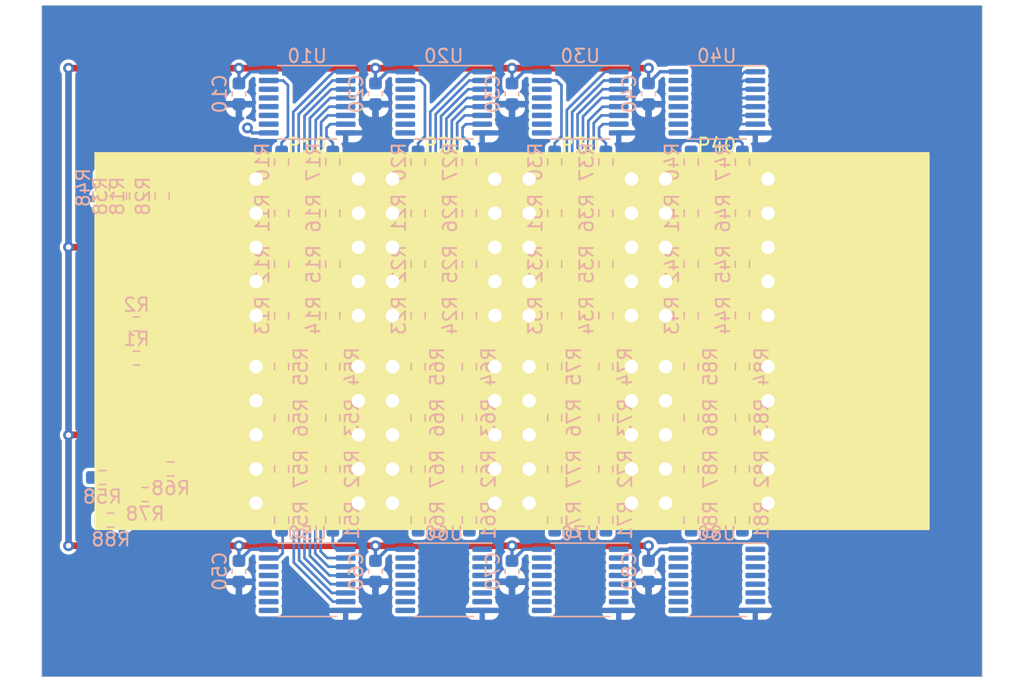
<source format=kicad_pcb>
(kicad_pcb (version 20221018) (generator pcbnew)
  (layers (0 "F.Cu" signal) (31 "B.Cu" signal) (34 "B.Paste" user) (35 "F.Paste" user) (36 "B.SilkS" user "B.Silkscreen") (37 "F.SilkS" user "F.Silkscreen") (38 "B.Mask" user) (39 "F.Mask" user) (44 "Edge.Cuts" user))
  (net 0 "")
  (net 1 "+3.3V")
  (net 2 "GND")
  (net 3 "Net-(P10-F)")
  (net 4 "Net-(P10-G)")
  (net 5 "Net-(P10-E)")
  (net 6 "Net-(P10-D)")
  (net 7 "Net-(P10-DP)")
  (net 8 "Net-(P10-C)")
  (net 9 "Net-(P10-B)")
  (net 10 "Net-(P10-A)")
  (net 11 "Net-(P20-F)")
  (net 12 "Net-(P20-G)")
  (net 13 "Net-(P20-E)")
  (net 14 "Net-(P20-D)")
  (net 15 "Net-(P20-DP)")
  (net 16 "Net-(P20-C)")
  (net 17 "Net-(P20-B)")
  (net 18 "Net-(P20-A)")
  (net 19 "Net-(P30-F)")
  (net 20 "Net-(P30-G)")
  (net 21 "Net-(P30-E)")
  (net 22 "Net-(P30-D)")
  (net 23 "Net-(P30-DP)")
  (net 24 "Net-(P30-C)")
  (net 25 "Net-(P30-B)")
  (net 26 "Net-(P30-A)")
  (net 27 "Net-(P40-F)")
  (net 28 "Net-(P40-G)")
  (net 29 "Net-(P40-E)")
  (net 30 "Net-(P40-D)")
  (net 31 "Net-(P40-DP)")
  (net 32 "Net-(P40-C)")
  (net 33 "Net-(P40-B)")
  (net 34 "Net-(P40-A)")
  (net 35 "Net-(P50-F)")
  (net 36 "Net-(P50-G)")
  (net 37 "Net-(P50-E)")
  (net 38 "Net-(P50-D)")
  (net 39 "Net-(P50-DP)")
  (net 40 "Net-(P50-C)")
  (net 41 "Net-(P50-B)")
  (net 42 "Net-(P50-A)")
  (net 43 "Net-(P60-F)")
  (net 44 "Net-(P60-G)")
  (net 45 "Net-(P60-E)")
  (net 46 "Net-(P60-D)")
  (net 47 "Net-(P60-DP)")
  (net 48 "Net-(P60-C)")
  (net 49 "Net-(P60-B)")
  (net 50 "Net-(P60-A)")
  (net 51 "Net-(P70-F)")
  (net 52 "Net-(P70-G)")
  (net 53 "Net-(P70-E)")
  (net 54 "Net-(P70-D)")
  (net 55 "Net-(P70-DP)")
  (net 56 "Net-(P70-C)")
  (net 57 "Net-(P70-B)")
  (net 58 "Net-(P70-A)")
  (net 59 "Net-(P80-F)")
  (net 60 "Net-(P80-G)")
  (net 61 "Net-(P80-E)")
  (net 62 "Net-(P80-D)")
  (net 63 "Net-(P80-DP)")
  (net 64 "Net-(P80-C)")
  (net 65 "Net-(P80-B)")
  (net 66 "Net-(P80-A)")
  (net 67 "/RCLK")
  (net 68 "/SRCLK")
  (net 69 "Net-(U10-QA)")
  (net 70 "Net-(U10-QB)")
  (net 71 "Net-(U10-QC)")
  (net 72 "Net-(U10-QD)")
  (net 73 "Net-(U10-QE)")
  (net 74 "Net-(U10-QF)")
  (net 75 "Net-(U10-QG)")
  (net 76 "Net-(U10-QH)")
  (net 77 "Net-(U10-~{OE})")
  (net 78 "Net-(U20-QA)")
  (net 79 "Net-(U20-QB)")
  (net 80 "Net-(U20-QC)")
  (net 81 "Net-(U20-QD)")
  (net 82 "Net-(U20-QE)")
  (net 83 "Net-(U20-QF)")
  (net 84 "Net-(U20-QG)")
  (net 85 "Net-(U20-QH)")
  (net 86 "Net-(U20-~{OE})")
  (net 87 "Net-(U30-QA)")
  (net 88 "Net-(U30-QB)")
  (net 89 "Net-(U30-QC)")
  (net 90 "Net-(U30-QD)")
  (net 91 "Net-(U30-QE)")
  (net 92 "Net-(U30-QF)")
  (net 93 "Net-(U30-QG)")
  (net 94 "Net-(U30-QH)")
  (net 95 "Net-(U30-~{OE})")
  (net 96 "Net-(U40-QA)")
  (net 97 "Net-(U40-QB)")
  (net 98 "Net-(U40-QC)")
  (net 99 "Net-(U40-QD)")
  (net 100 "Net-(U40-QE)")
  (net 101 "Net-(U40-QF)")
  (net 102 "Net-(U40-QG)")
  (net 103 "Net-(U40-QH)")
  (net 104 "Net-(U40-~{OE})")
  (net 105 "Net-(U50-QA)")
  (net 106 "Net-(U50-QB)")
  (net 107 "Net-(U50-QC)")
  (net 108 "Net-(U50-QD)")
  (net 109 "Net-(U50-QE)")
  (net 110 "Net-(U50-QF)")
  (net 111 "Net-(U50-QG)")
  (net 112 "Net-(U50-QH)")
  (net 113 "Net-(U50-~{OE})")
  (net 114 "Net-(U60-QA)")
  (net 115 "Net-(U60-QB)")
  (net 116 "Net-(U60-QC)")
  (net 117 "Net-(U60-QD)")
  (net 118 "Net-(U60-QE)")
  (net 119 "Net-(U60-QF)")
  (net 120 "Net-(U60-QG)")
  (net 121 "Net-(U60-QH)")
  (net 122 "Net-(U60-~{OE})")
  (net 123 "Net-(U70-QA)")
  (net 124 "Net-(U70-QB)")
  (net 125 "Net-(U70-QC)")
  (net 126 "Net-(U70-QD)")
  (net 127 "Net-(U70-QE)")
  (net 128 "Net-(U70-QF)")
  (net 129 "Net-(U70-QG)")
  (net 130 "Net-(U70-QH)")
  (net 131 "Net-(U70-~{OE})")
  (net 132 "Net-(U80-QA)")
  (net 133 "Net-(U80-QB)")
  (net 134 "Net-(U80-QC)")
  (net 135 "Net-(U80-QD)")
  (net 136 "Net-(U80-QE)")
  (net 137 "Net-(U80-QF)")
  (net 138 "Net-(U80-QG)")
  (net 139 "Net-(U80-QH)")
  (net 140 "Net-(U80-~{OE})")
  (net 141 "Net-(U10-QH')")
  (net 142 "/SER_TOP")
  (net 143 "Net-(U20-QH')")
  (net 144 "Net-(U30-QH')")
  (net 146 "Net-(U50-QH')")
  (net 147 "/SER_BOT")
  (net 148 "Net-(U60-QH')")
  (net 149 "Net-(U70-QH')")
  (footprint "meterkit:Sx39-1xxxxx" (layer "F.Cu") (at 137.58 71.985)
    (fp_text reference "P70")
    (fp_text value "SA39-11SURKWA")
  )
  (footprint "meterkit:Sx39-1xxxxx" (layer "F.Cu") (at 147.74 58.015)
    (fp_text reference "P40")
    (fp_text value "SA39-11SURKWA")
  )
  (footprint "meterkit:Sx39-1xxxxx" (layer "F.Cu") (at 137.58 58.015)
    (fp_text reference "P30")
    (fp_text value "SA39-11SURKWA")
  )
  (footprint "meterkit:Sx39-1xxxxx" (layer "F.Cu") (at 117.26 71.985)
    (fp_text reference "P50")
    (fp_text value "SA39-11SURKWA")
  )
  (footprint "meterkit:Sx39-1xxxxx" (layer "F.Cu") (at 127.42 71.985)
    (fp_text reference "P60")
    (fp_text value "SA39-11SURKWA")
  )
  (footprint "meterkit:Sx39-1xxxxx" (layer "F.Cu") (at 117.26 58.015)
    (fp_text reference "P10")
    (fp_text value "SA39-11SURKWA")
  )
  (footprint "meterkit:Sx39-1xxxxx" (layer "F.Cu") (at 127.42 58.015)
    (fp_text reference "P20")
    (fp_text value "SA39-11SURKWA")
  )
  (footprint "meterkit:Sx39-1xxxxx" (layer "F.Cu") (at 147.74 71.985)
    (fp_text reference "P80")
    (fp_text value "SA39-11SURKWA")
  )
  (footprint "Resistor_SMD:R_0603_1608Metric" (layer "B.Cu") (at 115.355 78.335 90)
    (fp_text reference "R50")
    (fp_text value "R")
  )
  (footprint "Resistor_SMD:R_0603_1608Metric" (layer "B.Cu") (at 149.645 63.095 -90)
    (fp_text reference "R44")
    (fp_text value "R")
  )
  (footprint "Resistor_SMD:R_0603_1608Metric" (layer "B.Cu") (at 135.675 78.335 90)
    (fp_text reference "R70")
    (fp_text value "R")
  )
  (footprint "Resistor_SMD:R_0603_1608Metric" (layer "B.Cu") (at 139.485 63.095 -90)
    (fp_text reference "R34")
    (fp_text value "R")
  )
  (footprint "Resistor_SMD:R_0603_1608Metric" (layer "B.Cu") (at 139.485 55.475 -90)
    (fp_text reference "R36")
    (fp_text value "R")
  )
  (footprint "Capacitor_SMD:C_0603_1608Metric" (layer "B.Cu") (at 112.18 82.145 -90)
    (fp_text reference "C50")
    (fp_text value "C")
  )
  (footprint "Resistor_SMD:R_0603_1608Metric" (layer "B.Cu") (at 149.645 66.905 90)
    (fp_text reference "R84")
    (fp_text value "R")
  )
  (footprint "Resistor_SMD:R_0603_1608Metric" (layer "B.Cu") (at 115.355 59.285 -90)
    (fp_text reference "R12")
    (fp_text value "R")
  )
  (footprint "Resistor_SMD:R_0603_1608Metric" (layer "B.Cu") (at 145.835 55.475 -90)
    (fp_text reference "R41")
    (fp_text value "R")
  )
  (footprint "Resistor_SMD:R_0603_1608Metric" (layer "B.Cu") (at 145.835 59.285 -90)
    (fp_text reference "R42")
    (fp_text value "R")
  )
  (footprint "Resistor_SMD:R_0603_1608Metric" (layer "B.Cu") (at 115.355 51.665 -90)
    (fp_text reference "R10")
    (fp_text value "R")
  )
  (footprint "Capacitor_SMD:C_0603_1608Metric" (layer "B.Cu") (at 142.66 82.145 -90)
    (fp_text reference "C80")
    (fp_text value "C")
  )
  (footprint "Resistor_SMD:R_0603_1608Metric" (layer "B.Cu") (at 105.195 76.43)
    (fp_text reference "R78")
    (fp_text value "0")
  )
  (footprint "Resistor_SMD:R_0603_1608Metric" (layer "B.Cu") (at 145.835 51.665 -90)
    (fp_text reference "R40")
    (fp_text value "R")
  )
  (footprint "Resistor_SMD:R_0603_1608Metric" (layer "B.Cu") (at 149.645 59.285 -90)
    (fp_text reference "R45")
    (fp_text value "R")
  )
  (footprint "Resistor_SMD:R_0603_1608Metric" (layer "B.Cu") (at 139.485 78.335 90)
    (fp_text reference "R71")
    (fp_text value "R")
  )
  (footprint "Resistor_SMD:R_0603_1608Metric" (layer "B.Cu") (at 102.655 78.335)
    (fp_text reference "R88")
    (fp_text value "0")
  )
  (footprint "Resistor_SMD:R_0603_1608Metric" (layer "B.Cu") (at 102.02 53.57 -90)
    (fp_text reference "R48")
    (fp_text value "0")
  )
  (footprint "Resistor_SMD:R_0603_1608Metric" (layer "B.Cu") (at 115.355 74.525 90)
    (fp_text reference "R57")
    (fp_text value "R")
  )
  (footprint "Package_SO:TSSOP-16_4.4x5mm_P0.65mm" (layer "B.Cu") (at 147.74 82.78 180)
    (fp_text reference "U80")
    (fp_text value "74LV595APW")
  )
  (footprint "Resistor_SMD:R_0603_1608Metric" (layer "B.Cu") (at 104.56 66.27 180)
    (fp_text reference "R1")
    (fp_text value "R")
  )
  (footprint "Capacitor_SMD:C_0603_1608Metric" (layer "B.Cu") (at 122.34 46.585 -90)
    (fp_text reference "C20")
    (fp_text value "C")
  )
  (footprint "Resistor_SMD:R_0603_1608Metric" (layer "B.Cu") (at 125.515 66.905 90)
    (fp_text reference "R65")
    (fp_text value "R")
  )
  (footprint "Capacitor_SMD:C_0603_1608Metric" (layer "B.Cu") (at 142.66 46.585 -90)
    (fp_text reference "C40")
    (fp_text value "C")
  )
  (footprint "Resistor_SMD:R_0603_1608Metric" (layer "B.Cu") (at 119.165 55.475 -90)
    (fp_text reference "R16")
    (fp_text value "R")
  )
  (footprint "Resistor_SMD:R_0603_1608Metric" (layer "B.Cu") (at 125.515 55.475 -90)
    (fp_text reference "R21")
    (fp_text value "R")
  )
  (footprint "Resistor_SMD:R_0603_1608Metric" (layer "B.Cu") (at 106.465 54.205 -90)
    (fp_text reference "R28")
    (fp_text value "0")
  )
  (footprint "Resistor_SMD:R_0603_1608Metric" (layer "B.Cu") (at 115.355 63.095 -90)
    (fp_text reference "R13")
    (fp_text value "R")
  )
  (footprint "Resistor_SMD:R_0603_1608Metric" (layer "B.Cu") (at 119.165 74.525 90)
    (fp_text reference "R52")
    (fp_text value "R")
  )
  (footprint "Resistor_SMD:R_0603_1608Metric" (layer "B.Cu") (at 103.29 54.205 -90)
    (fp_text reference "R38")
    (fp_text value "0")
  )
  (footprint "Resistor_SMD:R_0603_1608Metric" (layer "B.Cu") (at 104.56 54.205 -90)
    (fp_text reference "R18")
    (fp_text value "0")
  )
  (footprint "Resistor_SMD:R_0603_1608Metric" (layer "B.Cu") (at 115.355 55.475 -90)
    (fp_text reference "R11")
    (fp_text value "R")
  )
  (footprint "Capacitor_SMD:C_0603_1608Metric" (layer "B.Cu") (at 112.18 46.585 -90)
    (fp_text reference "C10")
    (fp_text value "C")
  )
  (footprint "Resistor_SMD:R_0603_1608Metric" (layer "B.Cu") (at 119.165 59.285 -90)
    (fp_text reference "R15")
    (fp_text value "R")
  )
  (footprint "Resistor_SMD:R_0603_1608Metric" (layer "B.Cu") (at 145.835 66.905 90)
    (fp_text reference "R85")
    (fp_text value "R")
  )
  (footprint "Resistor_SMD:R_0603_1608Metric" (layer "B.Cu") (at 139.485 51.665 -90)
    (fp_text reference "R37")
    (fp_text value "R")
  )
  (footprint "Resistor_SMD:R_0603_1608Metric" (layer "B.Cu") (at 145.835 74.525 90)
    (fp_text reference "R87")
    (fp_text value "R")
  )
  (footprint "Resistor_SMD:R_0603_1608Metric" (layer "B.Cu") (at 129.325 63.095 -90)
    (fp_text reference "R24")
    (fp_text value "R")
  )
  (footprint "Resistor_SMD:R_0603_1608Metric" (layer "B.Cu") (at 125.515 74.525 90)
    (fp_text reference "R67")
    (fp_text value "R")
  )
  (footprint "Resistor_SMD:R_0603_1608Metric" (layer "B.Cu") (at 115.355 70.715 90)
    (fp_text reference "R56")
    (fp_text value "R")
  )
  (footprint "Resistor_SMD:R_0603_1608Metric" (layer "B.Cu") (at 125.515 59.285 -90)
    (fp_text reference "R22")
    (fp_text value "R")
  )
  (footprint "Resistor_SMD:R_0603_1608Metric" (layer "B.Cu") (at 139.485 70.715 90)
    (fp_text reference "R73")
    (fp_text value "R")
  )
  (footprint "Resistor_SMD:R_0603_1608Metric" (layer "B.Cu") (at 129.325 74.525 90)
    (fp_text reference "R62")
    (fp_text value "R")
  )
  (footprint "Package_SO:TSSOP-16_4.4x5mm_P0.65mm" (layer "B.Cu") (at 127.42 82.78 180)
    (fp_text reference "U60")
    (fp_text value "74LV595APW")
  )
  (footprint "Resistor_SMD:R_0603_1608Metric" (layer "B.Cu") (at 119.165 70.715 90)
    (fp_text reference "R53")
    (fp_text value "R")
  )
  (footprint "Resistor_SMD:R_0603_1608Metric" (layer "B.Cu") (at 139.485 59.285 -90)
    (fp_text reference "R35")
    (fp_text value "R")
  )
  (footprint "Resistor_SMD:R_0603_1608Metric" (layer "B.Cu") (at 102.02 75.16)
    (fp_text reference "R58")
    (fp_text value "0")
  )
  (footprint "Capacitor_SMD:C_0603_1608Metric" (layer "B.Cu") (at 132.5 46.585 -90)
    (fp_text reference "C30")
    (fp_text value "C")
  )
  (footprint "Resistor_SMD:R_0603_1608Metric" (layer "B.Cu") (at 139.485 74.525 90)
    (fp_text reference "R72")
    (fp_text value "R")
  )
  (footprint "Package_SO:TSSOP-16_4.4x5mm_P0.65mm" (layer "B.Cu") (at 117.26 82.78 180)
    (fp_text reference "U50")
    (fp_text value "74LV595APW")
  )
  (footprint "Resistor_SMD:R_0603_1608Metric" (layer "B.Cu") (at 129.325 66.905 90)
    (fp_text reference "R64")
    (fp_text value "R")
  )
  (footprint "Resistor_SMD:R_0603_1608Metric" (layer "B.Cu") (at 135.675 66.905 90)
    (fp_text reference "R75")
    (fp_text value "R")
  )
  (footprint "Resistor_SMD:R_0603_1608Metric" (layer "B.Cu") (at 125.515 78.335 90)
    (fp_text reference "R60")
    (fp_text value "R")
  )
  (footprint "Package_SO:TSSOP-16_4.4x5mm_P0.65mm" (layer "B.Cu") (at 137.58 82.78 180)
    (fp_text reference "U70")
    (fp_text value "74LV595APW")
  )
  (footprint "Resistor_SMD:R_0603_1608Metric" (layer "B.Cu") (at 129.325 78.335 90)
    (fp_text reference "R61")
    (fp_text value "R")
  )
  (footprint "Resistor_SMD:R_0603_1608Metric" (layer "B.Cu") (at 129.325 59.285 -90)
    (fp_text reference "R25")
    (fp_text value "R")
  )
  (footprint "Resistor_SMD:R_0603_1608Metric" (layer "B.Cu") (at 149.645 70.715 90)
    (fp_text reference "R83")
    (fp_text value "R")
  )
  (footprint "Resistor_SMD:R_0603_1608Metric" (layer "B.Cu") (at 135.675 74.525 90)
    (fp_text reference "R77")
    (fp_text value "R")
  )
  (footprint "Resistor_SMD:R_0603_1608Metric" (layer "B.Cu") (at 119.165 78.335 90)
    (fp_text reference "R51")
    (fp_text value "R")
  )
  (footprint "Resistor_SMD:R_0603_1608Metric" (layer "B.Cu") (at 104.56 63.73 180)
    (fp_text reference "R2")
    (fp_text value "0")
  )
  (footprint "Resistor_SMD:R_0603_1608Metric" (layer "B.Cu") (at 125.515 63.095 -90)
    (fp_text reference "R23")
    (fp_text value "R")
  )
  (footprint "Resistor_SMD:R_0603_1608Metric" (layer "B.Cu") (at 135.675 70.715 90)
    (fp_text reference "R76")
    (fp_text value "R")
  )
  (footprint "Resistor_SMD:R_0603_1608Metric" (layer "B.Cu") (at 139.485 66.905 90)
    (fp_text reference "R74")
    (fp_text value "R")
  )
  (footprint "Package_SO:TSSOP-16_4.4x5mm_P0.65mm" (layer "B.Cu") (at 147.74 47.22 180)
    (fp_text reference "U40")
    (fp_text value "74LV595APW")
  )
  (footprint "Resistor_SMD:R_0603_1608Metric" (layer "B.Cu") (at 119.165 66.905 90)
    (fp_text reference "R54")
    (fp_text value "R")
  )
  (footprint "Resistor_SMD:R_0603_1608Metric" (layer "B.Cu") (at 145.835 63.095 -90)
    (fp_text reference "R43")
    (fp_text value "R")
  )
  (footprint "Capacitor_SMD:C_0603_1608Metric" (layer "B.Cu") (at 122.34 82.145 -90)
    (fp_text reference "C60")
    (fp_text value "C")
  )
  (footprint "Package_SO:TSSOP-16_4.4x5mm_P0.65mm" (layer "B.Cu") (at 127.42 47.22 180)
    (fp_text reference "U20")
    (fp_text value "74LV595APW")
  )
  (footprint "Resistor_SMD:R_0603_1608Metric" (layer "B.Cu") (at 149.645 55.475 -90)
    (fp_text reference "R46")
    (fp_text value "R")
  )
  (footprint "Resistor_SMD:R_0603_1608Metric" (layer "B.Cu") (at 135.675 51.665 -90)
    (fp_text reference "R30")
    (fp_text value "R")
  )
  (footprint "Package_SO:TSSOP-16_4.4x5mm_P0.65mm" (layer "B.Cu") (at 117.26 47.22 180)
    (fp_text reference "U10")
    (fp_text value "74LV595APW")
  )
  (footprint "Resistor_SMD:R_0603_1608Metric" (layer "B.Cu") (at 149.645 74.525 90)
    (fp_text reference "R82")
    (fp_text value "R")
  )
  (footprint "Resistor_SMD:R_0603_1608Metric" (layer "B.Cu") (at 119.165 51.665 -90)
    (fp_text reference "R17")
    (fp_text value "R")
  )
  (footprint "Resistor_SMD:R_0603_1608Metric" (layer "B.Cu") (at 135.675 55.475 -90)
    (fp_text reference "R31")
    (fp_text value "R")
  )
  (footprint "Resistor_SMD:R_0603_1608Metric" (layer "B.Cu") (at 115.355 66.905 90)
    (fp_text reference "R55")
    (fp_text value "R")
  )
  (footprint "Resistor_SMD:R_0603_1608Metric" (layer "B.Cu") (at 135.675 63.095 -90)
    (fp_text reference "R33")
    (fp_text value "R")
  )
  (footprint "Resistor_SMD:R_0603_1608Metric" (layer "B.Cu") (at 125.515 70.715 90)
    (fp_text reference "R66")
    (fp_text value "R")
  )
  (footprint "Resistor_SMD:R_0603_1608Metric" (layer "B.Cu") (at 149.645 78.335 90)
    (fp_text reference "R81")
    (fp_text value "R")
  )
  (footprint "Capacitor_SMD:C_0603_1608Metric" (layer "B.Cu") (at 132.5 82.145 -90)
    (fp_text reference "C70")
    (fp_text value "C")
  )
  (footprint "Resistor_SMD:R_0603_1608Metric" (layer "B.Cu") (at 129.325 55.475 -90)
    (fp_text reference "R26")
    (fp_text value "R")
  )
  (footprint "Resistor_SMD:R_0603_1608Metric" (layer "B.Cu") (at 145.835 70.715 90)
    (fp_text reference "R86")
    (fp_text value "R")
  )
  (footprint "Resistor_SMD:R_0603_1608Metric" (layer "B.Cu") (at 135.675 59.285 -90)
    (fp_text reference "R32")
    (fp_text value "R")
  )
  (footprint "Resistor_SMD:R_0603_1608Metric" (layer "B.Cu") (at 125.515 51.665 -90)
    (fp_text reference "R20")
    (fp_text value "R")
  )
  (footprint "Resistor_SMD:R_0603_1608Metric" (layer "B.Cu") (at 129.325 70.715 90)
    (fp_text reference "R63")
    (fp_text value "R")
  )
  (footprint "Package_SO:TSSOP-16_4.4x5mm_P0.65mm" (layer "B.Cu") (at 137.58 47.22 180)
    (fp_text reference "U30")
    (fp_text value "74LV595APW")
  )
  (footprint "Resistor_SMD:R_0603_1608Metric" (layer "B.Cu") (at 119.165 63.095 -90)
    (fp_text reference "R14")
    (fp_text value "R")
  )
  (footprint "Resistor_SMD:R_0603_1608Metric" (layer "B.Cu") (at 107.1 74.525)
    (fp_text reference "R68")
    (fp_text value "0")
  )
  (footprint "Resistor_SMD:R_0603_1608Metric" (layer "B.Cu") (at 145.835 78.335 90)
    (fp_text reference "R80")
    (fp_text value "R")
  )
  (footprint "Resistor_SMD:R_0603_1608Metric" (layer "B.Cu") (at 129.325 51.665 -90)
    (fp_text reference "R27")
    (fp_text value "R")
  )
  (footprint "Resistor_SMD:R_0603_1608Metric" (layer "B.Cu") (at 149.645 51.665 -90)
    (fp_text reference "R47")
    (fp_text value "R")
  )
  (gr_rect (start 101.5 51) (end 163.5 79) (stroke (width 0.15)) (fill solid) (layer "F.SilkS"))
  (gr_line (start 167.5 40) (end 167.5 90) (stroke (width 0.05)) (layer "Edge.Cuts"))
  (gr_line (start 167.5 90) (end 97.5 90) (stroke (width 0.05)) (layer "Edge.Cuts"))
  (gr_line (start 97.5 90) (end 97.5 40) (stroke (width 0.05)) (layer "Edge.Cuts"))
  (gr_line (start 97.5 40) (end 167.5 40) (stroke (width 0.05)) (layer "Edge.Cuts"))
  (segment (start 99.515 58.015) (end 99.5 58) (width 0.5) (layer "F.Cu") (net 1))
  (segment (start 113.45 58.015) (end 151.55 58.015) (width 0.5) (layer "F.Cu") (net 1))
  (segment (start 99.5 80.24) (end 112.18 80.24) (width 0.5) (layer "F.Cu") (net 1))
  (segment (start 122.34 80.24) (end 112.18 80.24) (width 0.5) (layer "F.Cu") (net 1))
  (segment (start 151.55 71.985) (end 113.45 71.985) (width 0.5) (layer "F.Cu") (net 1))
  (segment (start 113.45 58.015) (end 99.515 58.015) (width 0.5) (layer "F.Cu") (net 1))
  (segment (start 99.5 72) (end 99.515 71.985) (width 0.5) (layer "F.Cu") (net 1))
  (segment (start 132.5 44.68) (end 142.66 44.68) (width 0.5) (layer "F.Cu") (net 1))
  (segment (start 112.18 44.68) (end 99.5 44.68) (width 0.5) (layer "F.Cu") (net 1))
  (segment (start 142.66 80.24) (end 132.5 80.24) (width 0.5) (layer "F.Cu") (net 1))
  (segment (start 99.515 71.985) (end 113.45 71.985) (width 0.5) (layer "F.Cu") (net 1))
  (segment (start 112.18 44.68) (end 122.34 44.68) (width 0.5) (layer "F.Cu") (net 1))
  (segment (start 132.5 80.24) (end 122.34 80.24) (width 0.5) (layer "F.Cu") (net 1))
  (segment (start 122.34 44.68) (end 132.5 44.68) (width 0.5) (layer "F.Cu") (net 1))
  (via (at 99.5 58) (size 0.8) (drill 0.4) (layers "F.Cu" "B.Cu") (net 1))
  (via (at 142.66 44.68) (size 0.8) (drill 0.4) (layers "F.Cu" "B.Cu") (net 1))
  (via (at 99.5 44.68) (size 0.8) (drill 0.4) (layers "F.Cu" "B.Cu") (net 1))
  (via (at 122.34 80.24) (size 0.8) (drill 0.4) (layers "F.Cu" "B.Cu") (net 1))
  (via (at 99.5 80.24) (size 0.8) (drill 0.4) (layers "F.Cu" "B.Cu") (net 1))
  (via (at 142.66 80.24) (size 0.8) (drill 0.4) (layers "F.Cu" "B.Cu") (net 1))
  (via (at 132.5 44.68) (size 0.8) (drill 0.4) (layers "F.Cu" "B.Cu") (net 1))
  (via (at 122.34 44.68) (size 0.8) (drill 0.4) (layers "F.Cu" "B.Cu") (net 1))
  (via (at 99.5 72) (size 0.8) (drill 0.4) (layers "F.Cu" "B.Cu") (net 1))
  (via (at 132.5 80.24) (size 0.8) (drill 0.4) (layers "F.Cu" "B.Cu") (net 1))
  (via (at 112.18 80.24) (size 0.8) (drill 0.4) (layers "F.Cu" "B.Cu") (net 1))
  (via (at 112.18 44.68) (size 0.8) (drill 0.4) (layers "F.Cu" "B.Cu") (net 1))
  (segment (start 144.8775 80.505) (end 143.525 80.505) (width 0.25) (layer "B.Cu") (net 1))
  (segment (start 133.365 80.505) (end 132.5 81.37) (width 0.25) (layer "B.Cu") (net 1))
  (segment (start 114.3975 44.945) (end 113.045 44.945) (width 0.25) (layer "B.Cu") (net 1))
  (segment (start 123.205 80.505) (end 122.34 81.37) (width 0.25) (layer "B.Cu") (net 1))
  (segment (start 134.7175 44.945) (end 133.365 44.945) (width 0.25) (layer "B.Cu") (net 1))
  (segment (start 122.34 81.37) (end 122.34 80.24) (width 0.25) (layer "B.Cu") (net 1))
  (segment (start 112.18 81.37) (end 112.18 80.24) (width 0.25) (layer "B.Cu") (net 1))
  (segment (start 99.5 72) (end 99.5 58) (width 0.5) (layer "B.Cu") (net 1))
  (segment (start 122.34 44.68) (end 122.34 45.81) (width 0.25) (layer "B.Cu") (net 1))
  (segment (start 142.66 81.37) (end 142.66 80.24) (width 0.25) (layer "B.Cu") (net 1))
  (segment (start 114.3975 80.505) (end 113.045 80.505) (width 0.25) (layer "B.Cu") (net 1))
  (segment (start 113.045 44.945) (end 112.18 45.81) (width 0.25) (layer "B.Cu") (net 1))
  (segment (start 132.5 81.37) (end 132.5 80.24) (width 0.25) (layer "B.Cu") (net 1))
  (segment (start 132.5 44.68) (end 132.5 45.81) (width 0.25) (layer "B.Cu") (net 1))
  (segment (start 99.5 44.68) (end 99.5 58) (width 0.5) (layer "B.Cu") (net 1))
  (segment (start 134.7175 80.505) (end 133.365 80.505) (width 0.25) (layer "B.Cu") (net 1))
  (segment (start 99.5 80.24) (end 99.5 72) (width 0.5) (layer "B.Cu") (net 1))
  (segment (start 112.18 45.81) (end 112.18 44.68) (width 0.25) (layer "B.Cu") (net 1))
  (segment (start 142.66 44.68) (end 142.66 45.81) (width 0.25) (layer "B.Cu") (net 1))
  (segment (start 143.525 44.945) (end 142.66 45.81) (width 0.25) (layer "B.Cu") (net 1))
  (segment (start 144.8775 44.945) (end 143.525 44.945) (width 0.25) (layer "B.Cu") (net 1))
  (segment (start 143.525 80.505) (end 142.66 81.37) (width 0.25) (layer "B.Cu") (net 1))
  (segment (start 124.5575 80.505) (end 123.205 80.505) (width 0.25) (layer "B.Cu") (net 1))
  (segment (start 124.5575 44.945) (end 123.205 44.945) (width 0.25) (layer "B.Cu") (net 1))
  (segment (start 123.205 44.945) (end 122.34 45.81) (width 0.25) (layer "B.Cu") (net 1))
  (segment (start 133.365 44.945) (end 132.5 45.81) (width 0.25) (layer "B.Cu") (net 1))
  (segment (start 113.045 80.505) (end 112.18 81.37) (width 0.25) (layer "B.Cu") (net 1))
  (segment (start 122.34 48.49) (end 122.34 47.36) (width 0.25) (layer "B.Cu") (net 2))
  (segment (start 141.655 49.495) (end 142.66 48.49) (width 0.25) (layer "B.Cu") (net 2))
  (segment (start 140.4425 49.495) (end 141.655 49.495) (width 0.25) (layer "B.Cu") (net 2))
  (segment (start 130.2825 49.495) (end 131.495 49.495) (width 0.25) (layer "B.Cu") (net 2))
  (segment (start 132.5 48.49) (end 132.5 47.36) (width 0.25) (layer "B.Cu") (net 2))
  (segment (start 121.335 49.495) (end 122.34 48.49) (width 0.25) (layer "B.Cu") (net 2))
  (segment (start 142.66 48.49) (end 142.66 47.36) (width 0.25) (layer "B.Cu") (net 2))
  (segment (start 120.1225 49.495) (end 121.335 49.495) (width 0.25) (layer "B.Cu") (net 2))
  (segment (start 131.495 49.495) (end 132.5 48.49) (width 0.25) (layer "B.Cu") (net 2))
  (segment (start 114.275 56.3) (end 113.45 55.475) (width 0.25) (layer "B.Cu") (net 3))
  (segment (start 115.355 56.3) (end 114.275 56.3) (width 0.25) (layer "B.Cu") (net 3))
  (segment (start 113.895 52.49) (end 113.45 52.935) (width 0.25) (layer "B.Cu") (net 4))
  (segment (start 115.355 52.49) (end 113.895 52.49) (width 0.25) (layer "B.Cu") (net 4))
  (segment (start 115.355 60.11) (end 113.895 60.11) (width 0.25) (layer "B.Cu") (net 5))
  (segment (start 113.895 60.11) (end 113.45 60.555) (width 0.25) (layer "B.Cu") (net 5))
  (segment (start 115.355 63.92) (end 114.275 63.92) (width 0.25) (layer "B.Cu") (net 6))
  (segment (start 114.275 63.92) (end 113.45 63.095) (width 0.25) (layer "B.Cu") (net 6))
  (segment (start 119.165 63.92) (end 120.245 63.92) (width 0.25) (layer "B.Cu") (net 7))
  (segment (start 120.245 63.92) (end 121.07 63.095) (width 0.25) (layer "B.Cu") (net 7))
  (segment (start 120.625 60.11) (end 121.07 60.555) (width 0.25) (layer "B.Cu") (net 8))
  (segment (start 119.165 60.11) (end 120.625 60.11) (width 0.25) (layer "B.Cu") (net 8))
  (segment (start 119.165 56.3) (end 120.245 56.3) (width 0.25) (layer "B.Cu") (net 9))
  (segment (start 120.245 56.3) (end 121.07 55.475) (width 0.25) (layer "B.Cu") (net 9))
  (segment (start 119.165 52.49) (end 120.625 52.49) (width 0.25) (layer "B.Cu") (net 10))
  (segment (start 120.625 52.49) (end 121.07 52.935) (width 0.25) (layer "B.Cu") (net 10))
  (segment (start 124.435 56.3) (end 123.61 55.475) (width 0.25) (layer "B.Cu") (net 11))
  (segment (start 125.515 56.3) (end 124.435 56.3) (width 0.25) (layer "B.Cu") (net 11))
  (segment (start 124.055 52.49) (end 123.61 52.935) (width 0.25) (layer "B.Cu") (net 12))
  (segment (start 125.515 52.49) (end 124.055 52.49) (width 0.25) (layer "B.Cu") (net 12))
  (segment (start 125.515 60.11) (end 124.055 60.11) (width 0.25) (layer "B.Cu") (net 13))
  (segment (start 124.055 60.11) (end 123.61 60.555) (width 0.25) (layer "B.Cu") (net 13))
  (segment (start 124.435 63.92) (end 123.61 63.095) (width 0.25) (layer "B.Cu") (net 14))
  (segment (start 125.515 63.92) (end 124.435 63.92) (width 0.25) (layer "B.Cu") (net 14))
  (segment (start 129.325 63.92) (end 130.405 63.92) (width 0.25) (layer "B.Cu") (net 15))
  (segment (start 130.405 63.92) (end 131.23 63.095) (width 0.25) (layer "B.Cu") (net 15))
  (segment (start 130.785 60.11) (end 131.23 60.555) (width 0.25) (layer "B.Cu") (net 16))
  (segment (start 129.325 60.11) (end 130.785 60.11) (width 0.25) (layer "B.Cu") (net 16))
  (segment (start 129.325 56.3) (end 130.405 56.3) (width 0.25) (layer "B.Cu") (net 17))
  (segment (start 130.405 56.3) (end 131.23 55.475) (width 0.25) (layer "B.Cu") (net 17))
  (segment (start 130.785 52.49) (end 131.23 52.935) (width 0.25) (layer "B.Cu") (net 18))
  (segment (start 129.325 52.49) (end 130.785 52.49) (width 0.25) (layer "B.Cu") (net 18))
  (segment (start 134.595 56.3) (end 133.77 55.475) (width 0.25) (layer "B.Cu") (net 19))
  (segment (start 135.675 56.3) (end 134.595 56.3) (width 0.25) (layer "B.Cu") (net 19))
  (segment (start 134.215 52.49) (end 133.77 52.935) (width 0.25) (layer "B.Cu") (net 20))
  (segment (start 135.675 52.49) (end 134.215 52.49) (width 0.25) (layer "B.Cu") (net 20))
  (segment (start 135.675 60.11) (end 134.215 60.11) (width 0.25) (layer "B.Cu") (net 21))
  (segment (start 134.215 60.11) (end 133.77 60.555) (width 0.25) (layer "B.Cu") (net 21))
  (segment (start 135.675 63.92) (end 134.595 63.92) (width 0.25) (layer "B.Cu") (net 22))
  (segment (start 134.595 63.92) (end 133.77 63.095) (width 0.25) (layer "B.Cu") (net 22))
  (segment (start 139.485 63.92) (end 140.565 63.92) (width 0.25) (layer "B.Cu") (net 23))
  (segment (start 140.565 63.92) (end 141.39 63.095) (width 0.25) (layer "B.Cu") (net 23))
  (segment (start 139.485 60.11) (end 140.945 60.11) (width 0.25) (layer "B.Cu") (net 24))
  (segment (start 140.945 60.11) (end 141.39 60.555) (width 0.25) (layer "B.Cu") (net 24))
  (segment (start 139.485 56.3) (end 140.565 56.3) (width 0.25) (layer "B.Cu") (net 25))
  (segment (start 140.565 56.3) (end 141.39 55.475) (width 0.25) (layer "B.Cu") (net 25))
  (segment (start 139.485 52.49) (end 140.945 52.49) (width 0.25) (layer "B.Cu") (net 26))
  (segment (start 140.945 52.49) (end 141.39 52.935) (width 0.25) (layer "B.Cu") (net 26))
  (segment (start 145.835 56.3) (end 144.755 56.3) (width 0.25) (layer "B.Cu") (net 27))
  (segment (start 144.755 56.3) (end 143.93 55.475) (width 0.25) (layer "B.Cu") (net 27))
  (segment (start 145.835 52.49) (end 144.375 52.49) (width 0.25) (layer "B.Cu") (net 28))
  (segment (start 144.375 52.49) (end 143.93 52.935) (width 0.25) (layer "B.Cu") (net 28))
  (segment (start 144.375 60.11) (end 143.93 60.555) (width 0.25) (layer "B.Cu") (net 29))
  (segment (start 145.835 60.11) (end 144.375 60.11) (width 0.25) (layer "B.Cu") (net 29))
  (segment (start 145.835 63.92) (end 144.755 63.92) (width 0.25) (layer "B.Cu") (net 30))
  (segment (start 144.755 63.92) (end 143.93 63.095) (width 0.25) (layer "B.Cu") (net 30))
  (segment (start 149.645 63.92) (end 150.725 63.92) (width 0.25) (layer "B.Cu") (net 31))
  (segment (start 150.725 63.92) (end 151.55 63.095) (width 0.25) (layer "B.Cu") (net 31))
  (segment (start 151.105 60.11) (end 151.55 60.555) (width 0.25) (layer "B.Cu") (net 32))
  (segment (start 149.645 60.11) (end 151.105 60.11) (width 0.25) (layer "B.Cu") (net 32))
  (segment (start 149.645 56.3) (end 150.725 56.3) (width 0.25) (layer "B.Cu") (net 33))
  (segment (start 150.725 56.3) (end 151.55 55.475) (width 0.25) (layer "B.Cu") (net 33))
  (segment (start 149.645 52.49) (end 151.105 52.49) (width 0.25) (layer "B.Cu") (net 34))
  (segment (start 151.105 52.49) (end 151.55 52.935) (width 0.25) (layer "B.Cu") (net 34))
  (segment (start 113.895 69.89) (end 113.45 69.445) (width 0.25) (layer "B.Cu") (net 35))
  (segment (start 115.355 69.89) (end 113.895 69.89) (width 0.25) (layer "B.Cu") (net 35))
  (segment (start 115.355 66.08) (end 114.275 66.08) (width 0.25) (layer "B.Cu") (net 36))
  (segment (start 114.275 66.08) (end 113.45 66.905) (width 0.25) (layer "B.Cu") (net 36))
  (segment (start 115.355 73.7) (end 114.275 73.7) (width 0.25) (layer "B.Cu") (net 37))
  (segment (start 114.275 73.7) (end 113.45 74.525) (width 0.25) (layer "B.Cu") (net 37))
  (segment (start 115.355 77.51) (end 113.895 77.51) (width 0.25) (layer "B.Cu") (net 38))
  (segment (start 113.895 77.51) (end 113.45 77.065) (width 0.25) (layer "B.Cu") (net 38))
  (segment (start 120.625 77.51) (end 121.07 77.065) (width 0.25) (layer "B.Cu") (net 39))
  (segment (start 119.165 77.51) (end 120.625 77.51) (width 0.25) (layer "B.Cu") (net 39))
  (segment (start 120.245 73.7) (end 121.07 74.525) (width 0.25) (layer "B.Cu") (net 40))
  (segment (start 119.165 73.7) (end 120.245 73.7) (width 0.25) (layer "B.Cu") (net 40))
  (segment (start 120.625 69.89) (end 121.07 69.445) (width 0.25) (layer "B.Cu") (net 41))
  (segment (start 119.165 69.89) (end 120.625 69.89) (width 0.25) (layer "B.Cu") (net 41))
  (segment (start 119.165 66.08) (end 120.245 66.08) (width 0.25) (layer "B.Cu") (net 42))
  (segment (start 120.245 66.08) (end 121.07 66.905) (width 0.25) (layer "B.Cu") (net 42))
  (segment (start 125.515 69.89) (end 124.055 69.89) (width 0.25) (layer "B.Cu") (net 43))
  (segment (start 124.055 69.89) (end 123.61 69.445) (width 0.25) (layer "B.Cu") (net 43))
  (segment (start 125.515 66.08) (end 124.435 66.08) (width 0.25) (layer "B.Cu") (net 44))
  (segment (start 124.435 66.08) (end 123.61 66.905) (width 0.25) (layer "B.Cu") (net 44))
  (segment (start 125.515 73.7) (end 124.435 73.7) (width 0.25) (layer "B.Cu") (net 45))
  (segment (start 124.435 73.7) (end 123.61 74.525) (width 0.25) (layer "B.Cu") (net 45))
  (segment (start 124.055 77.51) (end 123.61 77.065) (width 0.25) (layer "B.Cu") (net 46))
  (segment (start 125.515 77.51) (end 124.055 77.51) (width 0.25) (layer "B.Cu") (net 46))
  (segment (start 130.785 77.51) (end 131.23 77.065) (width 0.25) (layer "B.Cu") (net 47))
  (segment (start 129.325 77.51) (end 130.785 77.51) (width 0.25) (layer "B.Cu") (net 47))
  (segment (start 130.405 73.7) (end 131.23 74.525) (width 0.25) (layer "B.Cu") (net 48))
  (segment (start 129.325 73.7) (end 130.405 73.7) (width 0.25) (layer "B.Cu") (net 48))
  (segment (start 130.785 69.89) (end 131.23 69.445) (width 0.25) (layer "B.Cu") (net 49))
  (segment (start 129.325 69.89) (end 130.785 69.89) (width 0.25) (layer "B.Cu") (net 49))
  (segment (start 130.405 66.08) (end 131.23 66.905) (width 0.25) (layer "B.Cu") (net 50))
  (segment (start 129.325 66.08) (end 130.405 66.08) (width 0.25) (layer "B.Cu") (net 50))
  (segment (start 134.215 69.89) (end 133.77 69.445) (width 0.25) (layer "B.Cu") (net 51))
  (segment (start 135.675 69.89) (end 134.215 69.89) (width 0.25) (layer "B.Cu") (net 51))
  (segment (start 135.675 66.08) (end 134.595 66.08) (width 0.25) (layer "B.Cu") (net 52))
  (segment (start 134.595 66.08) (end 133.77 66.905) (width 0.25) (layer "B.Cu") (net 52))
  (segment (start 135.675 73.7) (end 134.595 73.7) (width 0.25) (layer "B.Cu") (net 53))
  (segment (start 134.595 73.7) (end 133.77 74.525) (width 0.25) (layer "B.Cu") (net 53))
  (segment (start 135.675 77.51) (end 134.215 77.51) (width 0.25) (layer "B.Cu") (net 54))
  (segment (start 134.215 77.51) (end 133.77 77.065) (width 0.25) (layer "B.Cu") (net 54))
  (segment (start 140.945 77.51) (end 141.39 77.065) (width 0.25) (layer "B.Cu") (net 55))
  (segment (start 139.485 77.51) (end 140.945 77.51) (width 0.25) (layer "B.Cu") (net 55))
  (segment (start 140.565 73.7) (end 141.39 74.525) (width 0.25) (layer "B.Cu") (net 56))
  (segment (start 139.485 73.7) (end 140.565 73.7) (width 0.25) (layer "B.Cu") (net 56))
  (segment (start 140.945 69.89) (end 141.39 69.445) (width 0.25) (layer "B.Cu") (net 57))
  (segment (start 139.485 69.89) (end 140.945 69.89) (width 0.25) (layer "B.Cu") (net 57))
  (segment (start 140.565 66.08) (end 141.39 66.905) (width 0.25) (layer "B.Cu") (net 58))
  (segment (start 139.485 66.08) (end 140.565 66.08) (width 0.25) (layer "B.Cu") (net 58))
  (segment (start 144.375 69.89) (end 143.93 69.445) (width 0.25) (layer "B.Cu") (net 59))
  (segment (start 145.835 69.89) (end 144.375 69.89) (width 0.25) (layer "B.Cu") (net 59))
  (segment (start 145.835 66.08) (end 144.755 66.08) (width 0.25) (layer "B.Cu") (net 60))
  (segment (start 144.755 66.08) (end 143.93 66.905) (width 0.25) (layer "B.Cu") (net 60))
  (segment (start 145.835 73.7) (end 144.755 73.7) (width 0.25) (layer "B.Cu") (net 61))
  (segment (start 144.755 73.7) (end 143.93 74.525) (width 0.25) (layer "B.Cu") (net 61))
  (segment (start 145.835 77.51) (end 144.375 77.51) (width 0.25) (layer "B.Cu") (net 62))
  (segment (start 144.375 77.51) (end 143.93 77.065) (width 0.25) (layer "B.Cu") (net 62))
  (segment (start 151.105 77.51) (end 151.55 77.065) (width 0.25) (layer "B.Cu") (net 63))
  (segment (start 149.645 77.51) (end 151.105 77.51) (width 0.25) (layer "B.Cu") (net 63))
  (segment (start 149.645 73.7) (end 150.725 73.7) (width 0.25) (layer "B.Cu") (net 64))
  (segment (start 150.725 73.7) (end 151.55 74.525) (width 0.25) (layer "B.Cu") (net 64))
  (segment (start 151.105 69.89) (end 151.55 69.445) (width 0.25) (layer "B.Cu") (net 65))
  (segment (start 149.645 69.89) (end 151.105 69.89) (width 0.25) (layer "B.Cu") (net 65))
  (segment (start 149.645 66.08) (end 150.725 66.08) (width 0.25) (layer "B.Cu") (net 66))
  (segment (start 150.725 66.08) (end 151.55 66.905) (width 0.25) (layer "B.Cu") (net 66))
  (segment (start 115.355 50.7525) (end 115.355 50.23) (width 0.2) (layer "B.Cu") (net 69))
  (segment (start 115.355 50.23) (end 115.825 49.76) (width 0.2) (layer "B.Cu") (net 69))
  (segment (start 115.47 45.595) (end 114.3975 45.595) (width 0.2) (layer "B.Cu") (net 69))
  (segment (start 115.825 45.95) (end 115.47 45.595) (width 0.2) (layer "B.Cu") (net 69))
  (segment (start 115.825 49.76) (end 115.825 45.95) (width 0.2) (layer "B.Cu") (net 69))
  (segment (start 119.222257 44.945) (end 120.1225 44.945) (width 0.2) (layer "B.Cu") (net 70))
  (segment (start 116.225 53.6925) (end 116.225 47.942258) (width 0.2) (layer "B.Cu") (net 70))
  (segment (start 115.355 54.5625) (end 116.225 53.6925) (width 0.2) (layer "B.Cu") (net 70))
  (segment (start 116.225 47.942258) (end 119.222257 44.945) (width 0.2) (layer "B.Cu") (net 70))
  (segment (start 119.137944 45.595) (end 120.1225 45.595) (width 0.2) (layer "B.Cu") (net 71))
  (segment (start 115.355 58.3725) (end 116.625 57.1025) (width 0.2) (layer "B.Cu") (net 71))
  (segment (start 116.625 48.107944) (end 119.137944 45.595) (width 0.2) (layer "B.Cu") (net 71))
  (segment (start 116.625 57.1025) (end 116.625 48.107944) (width 0.2) (layer "B.Cu") (net 71))
  (segment (start 117.06 48.368629) (end 117.06 48.238629) (width 0.2) (layer "B.Cu") (net 72))
  (segment (start 119.053629 46.245) (end 120.1225 46.245) (width 0.2) (layer "B.Cu") (net 72))
  (segment (start 117.06 48.238629) (end 119.053629 46.245) (width 0.2) (layer "B.Cu") (net 72))
  (segment (start 115.355 62.27) (end 117.06 60.565) (width 0.2) (layer "B.Cu") (net 72))
  (segment (start 117.06 60.565) (end 117.06 48.368629) (width 0.2) (layer "B.Cu") (net 72))
  (segment (start 118.969315 46.895) (end 120.1225 46.895) (width 0.2) (layer "B.Cu") (net 73))
  (segment (start 119.165 62.27) (end 117.46 60.565) (width 0.2) (layer "B.Cu") (net 73))
  (segment (start 117.46 48.404315) (end 118.969315 46.895) (width 0.2) (layer "B.Cu") (net 73))
  (segment (start 117.46 60.565) (end 117.46 48.404315) (width 0.2) (layer "B.Cu") (net 73))
  (segment (start 119.165 58.46) (end 117.895 57.19) (width 0.2) (layer "B.Cu") (net 74))
  (segment (start 117.895 57.19) (end 117.895 48.535001) (width 0.2) (layer "B.Cu") (net 74))
  (segment (start 118.885001 47.545) (end 120.1225 47.545) (width 0.2) (layer "B.Cu") (net 74))
  (segment (start 117.895 48.535001) (end 118.885001 47.545) (width 0.2) (layer "B.Cu") (net 74))
  (segment (start 118.295 53.78) (end 119.165 54.65) (width 0.2) (layer "B.Cu") (net 75))
  (segment (start 118.295 48.700687) (end 118.295 53.78) (width 0.2) (layer "B.Cu") (net 75))
  (segment (start 120.1225 48.195) (end 118.800687 48.195) (width 0.2) (layer "B.Cu") (net 75))
  (segment (start 118.800687 48.195) (end 118.295 48.700687) (width 0.2) (layer "B.Cu") (net 75))
  (segment (start 118.695 49.76) (end 118.695 49.125) (width 0.2) (layer "B.Cu") (net 76))
  (segment (start 119.165 50.23) (end 118.695 49.76) (width 0.2) (layer "B.Cu") (net 76))
  (segment (start 118.695 49.125) (end 118.975 48.845) (width 0.2) (layer "B.Cu") (net 76))
  (segment (start 119.165 50.84) (end 119.165 50.23) (width 0.2) (layer "B.Cu") (net 76))
  (segment (start 118.975 48.845) (end 120.1225 48.845) (width 0.2) (layer "B.Cu") (net 76))
  (segment (start 125.515 50.265) (end 126.02 49.76) (width 0.2) (layer "B.Cu") (net 78))
  (segment (start 126.02 45.95) (end 125.665 45.595) (width 0.2) (layer "B.Cu") (net 78))
  (segment (start 126.02 49.76) (end 126.02 45.95) (width 0.2) (layer "B.Cu") (net 78))
  (segment (start 125.665 45.595) (end 124.5575 45.595) (width 0.2) (layer "B.Cu") (net 78))
  (segment (start 125.515 50.84) (end 125.515 50.265) (width 0.2) (layer "B.Cu") (net 78))
  (segment (start 125.515 54.65) (end 126.42 53.745) (width 0.2) (layer "B.Cu") (net 79))
  (segment (start 129.40657 44.945) (end 130.2825 44.945) (width 0.2) (layer "B.Cu") (net 79))
  (segment (start 126.42 47.93157) (end 129.40657 44.945) (width 0.2) (layer "B.Cu") (net 79))
  (segment (start 126.42 53.745) (end 126.42 47.93157) (width 0.2) (layer "B.Cu") (net 79))
  (segment (start 126.82 57.155) (end 126.82 48.097256) (width 0.2) (layer "B.Cu") (net 80))
  (segment (start 129.322256 45.595) (end 130.2825 45.595) (width 0.2) (layer "B.Cu") (net 80))
  (segment (start 126.82 48.097256) (end 129.322256 45.595) (width 0.2) (layer "B.Cu") (net 80))
  (segment (start 125.515 58.46) (end 126.82 57.155) (width 0.2) (layer "B.Cu") (net 80))
  (segment (start 127.22 60.565) (end 127.22 48.262942) (width 0.2) (layer "B.Cu") (net 81))
  (segment (start 127.22 48.262942) (end 129.237942 46.245) (width 0.2) (layer "B.Cu") (net 81))
  (segment (start 129.237942 46.245) (end 130.2825 46.245) (width 0.2) (layer "B.Cu") (net 81))
  (segment (start 125.515 62.27) (end 127.22 60.565) (width 0.2) (layer "B.Cu") (net 81))
  (segment (start 129.325 62.27) (end 127.62 60.565) (width 0.2) (layer "B.Cu") (net 82))
  (segment (start 127.62 60.565) (end 127.62 48.428628) (width 0.2) (layer "B.Cu") (net 82))
  (segment (start 127.62 48.428628) (end 129.153628 46.895) (width 0.2) (layer "B.Cu") (net 82))
  (segment (start 129.153628 46.895) (end 130.2825 46.895) (width 0.2) (layer "B.Cu") (net 82))
  (segment (start 128.02 48.594314) (end 129.069314 47.545) (width 0.2) (layer "B.Cu") (net 83))
  (segment (start 129.069314 47.545) (end 130.2825 47.545) (width 0.2) (layer "B.Cu") (net 83))
  (segment (start 128.02 57.155) (end 128.02 48.594314) (width 0.2) (layer "B.Cu") (net 83))
  (segment (start 129.325 58.46) (end 128.02 57.155) (width 0.2) (layer "B.Cu") (net 83))
  (segment (start 128.42 48.76) (end 128.985 48.195) (width 0.2) (layer "B.Cu") (net 84))
  (segment (start 128.42 53.745) (end 128.42 48.76) (width 0.2) (layer "B.Cu") (net 84))
  (segment (start 128.985 48.195) (end 130.2825 48.195) (width 0.2) (layer "B.Cu") (net 84))
  (segment (start 129.325 54.65) (end 128.42 53.745) (width 0.2) (layer "B.Cu") (net 84))
  (segment (start 128.82 49.099315) (end 129.074315 48.845) (width 0.2) (layer "B.Cu") (net 85))
  (segment (start 128.82 49.76) (end 128.82 49.099315) (width 0.2) (layer "B.Cu") (net 85))
  (segment (start 129.325 50.265) (end 128.82 49.76) (width 0.2) (layer "B.Cu") (net 85))
  (segment (start 129.325 50.84) (end 129.325 50.265) (width 0.2) (layer "B.Cu") (net 85))
  (segment (start 129.074315 48.845) (end 130.2825 48.845) (width 0.2) (layer "B.Cu") (net 85))
  (segment (start 135.675 50.265) (end 136.18 49.76) (width 0.2) (layer "B.Cu") (net 87))
  (segment (start 136.18 49.76) (end 136.18 45.95) (width 0.2) (layer "B.Cu") (net 87))
  (segment (start 136.18 45.95) (end 135.825 45.595) (width 0.2) (layer "B.Cu") (net 87))
  (segment (start 135.675 50.84) (end 135.675 50.265) (width 0.2) (layer "B.Cu") (net 87))
  (segment (start 135.825 45.595) (end 134.7175 45.595) (width 0.2) (layer "B.Cu") (net 87))
  (segment (start 135.675 54.65) (end 136.58 53.745) (width 0.2) (layer "B.Cu") (net 88))
  (segment (start 136.58 47.782599) (end 139.417599 44.945) (width 0.2) (layer "B.Cu") (net 88))
  (segment (start 136.58 53.745) (end 136.58 47.782599) (width 0.2) (layer "B.Cu") (net 88))
  (segment (start 139.417599 44.945) (end 140.4425 44.945) (width 0.2) (layer "B.Cu") (net 88))
  (segment (start 135.675 58.46) (end 136.98 57.155) (width 0.2) (layer "B.Cu") (net 89))
  (segment (start 136.98 57.155) (end 136.98 47.948285) (width 0.2) (layer "B.Cu") (net 89))
  (segment (start 139.333285 45.595) (end 140.4425 45.595) (width 0.2) (layer "B.Cu") (net 89))
  (segment (start 136.98 47.948285) (end 139.333285 45.595) (width 0.2) (layer "B.Cu") (net 89))
  (segment (start 137.38 48.113971) (end 139.248972 46.245) (width 0.2) (layer "B.Cu") (net 90))
  (segment (start 137.38 60.565) (end 137.38 48.113971) (width 0.2) (layer "B.Cu") (net 90))
  (segment (start 135.675 62.27) (end 137.38 60.565) (width 0.2) (layer "B.Cu") (net 90))
  (segment (start 139.248972 46.245) (end 140.4425 46.245) (width 0.2) (layer "B.Cu") (net 90))
  (segment (start 139.485 62.27) (end 137.78 60.565) (width 0.2) (layer "B.Cu") (net 91))
  (segment (start 137.78 60.565) (end 137.78 48.279657) (width 0.2) (layer "B.Cu") (net 91))
  (segment (start 137.78 48.279657) (end 139.164657 46.895) (width 0.2) (layer "B.Cu") (net 91))
  (segment (start 139.164657 46.895) (end 140.4425 46.895) (width 0.2) (layer "B.Cu") (net 91))
  (segment (start 138.18 48.6) (end 139.235 47.545) (width 0.2) (layer "B.Cu") (net 92))
  (segment (start 139.235 47.545) (end 140.4425 47.545) (width 0.2) (layer "B.Cu") (net 92))
  (segment (start 138.18 57.155) (end 138.18 48.6) (width 0.2) (layer "B.Cu") (net 92))
  (segment (start 139.485 58.46) (end 138.18 57.155) (width 0.2) (layer "B.Cu") (net 92))
  (segment (start 139.150686 48.195) (end 138.58 48.765686) (width 0.2) (layer "B.Cu") (net 93))
  (segment (start 140.4425 48.195) (end 139.150686 48.195) (width 0.2) (layer "B.Cu") (net 93))
  (segment (start 138.58 48.765686) (end 138.58 53.745) (width 0.2) (layer "B.Cu") (net 93))
  (segment (start 138.58 53.745) (end 139.485 54.65) (width 0.2) (layer "B.Cu") (net 93))
  (segment (start 138.98 49.125) (end 139.26 48.845) (width 0.2) (layer "B.Cu") (net 94))
  (segment (start 139.26 48.845) (end 140.4425 48.845) (width 0.2) (layer "B.Cu") (net 94))
  (segment (start 139.485 50.268) (end 138.98 49.763) (width 0.2) (layer "B.Cu") (net 94))
  (segment (start 138.98 49.763) (end 138.98 49.125) (width 0.2) (layer "B.Cu") (net 94))
  (segment (start 139.485 50.84) (end 139.485 50.268) (width 0.2) (layer "B.Cu") (net 94))
  (segment (start 149.818287 44.945) (end 150.6025 44.945) (width 0.2) (layer "B.Cu") (net 97))
  (segment (start 146.74 53.745) (end 146.74 48.023287) (width 0.2) (layer "B.Cu") (net 97))
  (segment (start 145.835 54.65) (end 146.74 53.745) (width 0.2) (layer "B.Cu") (net 97))
  (segment (start 146.74 48.023287) (end 149.818287 44.945) (width 0.2) (layer "B.Cu") (net 97))
  (segment (start 147.14 57.155) (end 147.14 48.188973) (width 0.2) (layer "B.Cu") (net 98))
  (segment (start 149.733973 45.595) (end 150.6025 45.595) (width 0.2) (layer "B.Cu") (net 98))
  (segment (start 147.14 48.188973) (end 149.733973 45.595) (width 0.2) (layer "B.Cu") (net 98))
  (segment (start 145.835 58.46) (end 147.14 57.155) (width 0.2) (layer "B.Cu") (net 98))
  (segment (start 147.54 48.354658) (end 149.649658 46.245) (width 0.2) (layer "B.Cu") (net 99))
  (segment (start 145.835 62.27) (end 147.54 60.565) (width 0.2) (layer "B.Cu") (net 99))
  (segment (start 149.649658 46.245) (end 150.6025 46.245) (width 0.2) (layer "B.Cu") (net 99))
  (segment (start 147.54 60.565) (end 147.54 48.354658) (width 0.2) (layer "B.Cu") (net 99))
  (segment (start 149.645 62.27) (end 147.94 60.565) (width 0.2) (layer "B.Cu") (net 100))
  (segment (start 149.565344 46.895) (end 150.6025 46.895) (width 0.2) (layer "B.Cu") (net 100))
  (segment (start 147.94 60.565) (end 147.94 48.520344) (width 0.2) (layer "B.Cu") (net 100))
  (segment (start 147.94 48.520344) (end 149.565344 46.895) (width 0.2) (layer "B.Cu") (net 100))
  (segment (start 148.375 48.65103) (end 149.48103 47.545) (width 0.2) (layer "B.Cu") (net 101))
  (segment (start 149.645 58.46) (end 148.375 57.19) (width 0.2) (layer "B.Cu") (net 101))
  (segment (start 148.375 57.19) (end 148.375 48.65103) (width 0.2) (layer "B.Cu") (net 101))
  (segment (start 149.48103 47.545) (end 150.6025 47.545) (width 0.2) (layer "B.Cu") (net 101))
  (segment (start 149.477157 48.195) (end 150.6025 48.195) (width 0.2) (layer "B.Cu") (net 102))
  (segment (start 148.775 48.897157) (end 149.477157 48.195) (width 0.2) (layer "B.Cu") (net 102))
  (segment (start 149.645 54.65) (end 148.775 53.78) (width 0.2) (layer "B.Cu") (net 102))
  (segment (start 148.775 53.78) (end 148.775 48.897157) (width 0.2) (layer "B.Cu") (net 102))
  (segment (start 149.175 49.798) (end 149.175 49.062843) (width 0.2) (layer "B.Cu") (net 103))
  (segment (start 149.392843 48.845) (end 150.6025 48.845) (width 0.2) (layer "B.Cu") (net 103))
  (segment (start 149.645 50.84) (end 149.645 50.268) (width 0.2) (layer "B.Cu") (net 103))
  (segment (start 149.645 50.268) (end 149.175 49.798) (width 0.2) (layer "B.Cu") (net 103))
  (segment (start 149.175 49.062843) (end 149.392843 48.845) (width 0.2) (layer "B.Cu") (net 103))
  (segment (start 115.355 79.16) (end 115.435 79.24) (width 0.2) (layer "B.Cu") (net 105))
  (segment (start 115.435 79.24) (end 115.435 80.795) (width 0.2) (layer "B.Cu") (net 105))
  (segment (start 115.075 81.155) (end 114.3975 81.155) (width 0.2) (layer "B.Cu") (net 105))
  (segment (start 115.435 80.795) (end 115.075 81.155) (width 0.2) (layer "B.Cu") (net 105))
  (segment (start 119.165 79.16) (end 119.165 80.24) (width 0.2) (layer "B.Cu") (net 106))
  (segment (start 119.165 80.24) (end 119.43 80.505) (width 0.2) (layer "B.Cu") (net 106))
  (segment (start 119.43 80.505) (end 120.1225 80.505) (width 0.2) (layer "B.Cu") (net 106))
  (segment (start 118.26 80.659413) (end 118.755587 81.155) (width 0.2) (layer "B.Cu") (net 107))
  (segment (start 118.26 76.255) (end 118.26 80.659413) (width 0.2) (layer "B.Cu") (net 107))
  (segment (start 119.165 75.35) (end 118.26 76.255) (width 0.2) (layer "B.Cu") (net 107))
  (segment (start 118.755587 81.155) (end 120.1225 81.155) (width 0.2) (layer "B.Cu") (net 107))
  (segment (start 117.86 80.825099) (end 118.839901 81.805) (width 0.2) (layer "B.Cu") (net 108))
  (segment (start 119.165 71.54) (end 117.86 72.845) (width 0.2) (layer "B.Cu") (net 108))
  (segment (start 117.86 72.845) (end 117.86 80.825099) (width 0.2) (layer "B.Cu") (net 108))
  (segment (start 118.839901 81.805) (end 120.1225 81.805) (width 0.2) (layer "B.Cu") (net 108))
  (segment (start 117.46 80.990785) (end 118.924215 82.455) (width 0.2) (layer "B.Cu") (net 109))
  (segment (start 117.46 69.435) (end 117.46 80.990785) (width 0.2) (layer "B.Cu") (net 109))
  (segment (start 118.924215 82.455) (end 120.1225 82.455) (width 0.2) (layer "B.Cu") (net 109))
  (segment (start 119.165 67.73) (end 117.46 69.435) (width 0.2) (layer "B.Cu") (net 109))
  (segment (start 117.06 69.435) (end 117.06 81.156471) (width 0.2) (layer "B.Cu") (net 110))
  (segment (start 119.008529 83.105) (end 120.1225 83.105) (width 0.2) (layer "B.Cu") (net 110))
  (segment (start 117.06 81.156471) (end 119.008529 83.105) (width 0.2) (layer "B.Cu") (net 110))
  (segment (start 115.355 67.73) (end 117.06 69.435) (width 0.2) (layer "B.Cu") (net 110))
  (segment (start 116.66 72.845) (end 116.66 81.322157) (width 0.2) (layer "B.Cu") (net 111))
  (segment (start 115.355 71.54) (end 116.66 72.845) (width 0.2) (layer "B.Cu") (net 111))
  (segment (start 116.66 81.322157) (end 119.092843 83.755) (width 0.2) (layer "B.Cu") (net 111))
  (segment (start 119.092843 83.755) (end 120.1225 83.755) (width 0.2) (layer "B.Cu") (net 111))
  (segment (start 119.177157 84.405) (end 120.1225 84.405) (width 0.2) (layer "B.Cu") (net 112))
  (segment (start 116.26 76.255) (end 116.26 81.487843) (width 0.2) (layer "B.Cu") (net 112))
  (segment (start 116.26 81.487843) (end 119.177157 84.405) (width 0.2) (layer "B.Cu") (net 112))
  (segment (start 115.355 75.35) (end 116.26 76.255) (width 0.2) (layer "B.Cu") (net 112))
  (via (at 112.815 49.125) (size 0.8) (drill 0.4) (layers "F.Cu" "B.Cu") (net 141))
  (segment (start 114.3975 49.495) (end 113.185 49.495) (width 0.25) (layer "B.Cu") (net 141))
  (segment (start 113.185 49.495) (end 112.815 49.125) (width 0.25) (layer "B.Cu") (net 141))
  (zone (net 2) (net_name "GND") (layers "F&B.Cu") (connect_pads (clearance 0.25)) (min_thickness 0.25) (fill yes (thermal_gap 0.5) (thermal_bridge_width 0.5))
    (polygon (pts (xy 94.4 39.6) (xy 170.6 39.6) (xy 170.6 90.4) (xy 94.4 90.4)))
  )
)
</source>
